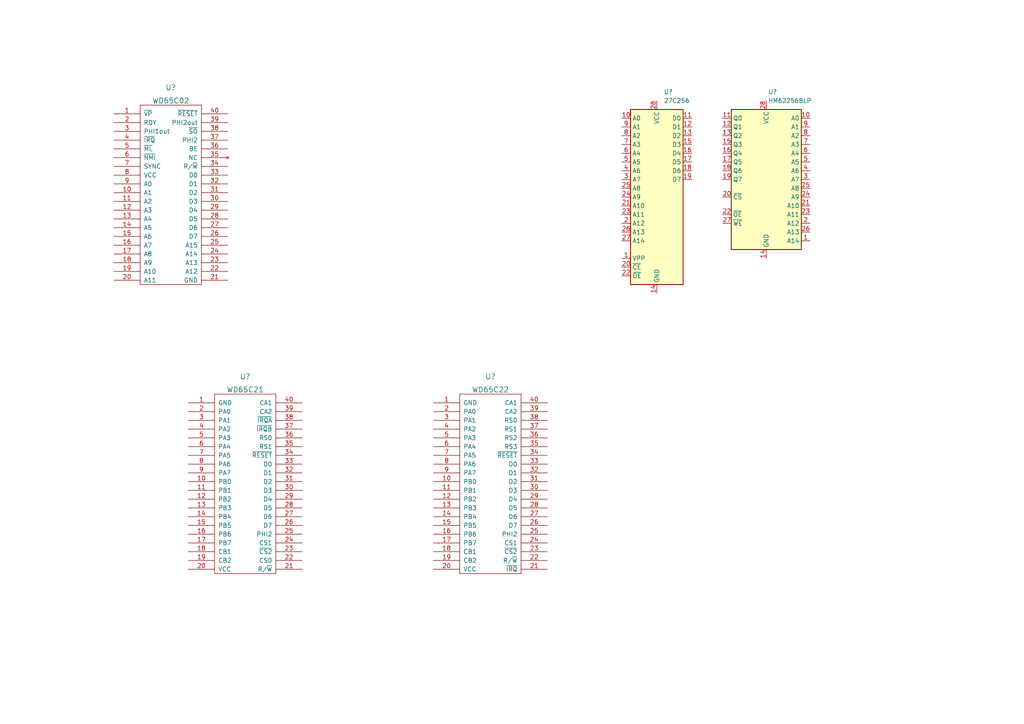
<source format=kicad_sch>
(kicad_sch (version 20211123) (generator eeschema)
  (paper "A4")
  (lib_symbols
    (symbol "65xx:WD65C02" (pin_names (offset 1.016))
      (property "Reference" "U" (at 0 -29.21 0))
      (property "Value" "WD65C02" (at 0 -2.54 90))
      (symbol "WD65C02_0_1"
        (rectangle (start -8.89 25.4) (end 8.89 -26.67))
      )
      (symbol "WD65C02_1_1"
        (pin output line (at -16.51 22.86 0) (length 7.62) (name "~{VP}") (number "1"))
        (pin output line (at -16.51 0 0) (length 7.62) (name "A1") (number "10"))
        (pin output line (at -16.51 -2.54 0) (length 7.62) (name "A2") (number "11"))
        (pin output line (at -16.51 -5.08 0) (length 7.62) (name "A3") (number "12"))
        (pin output line (at -16.51 -7.62 0) (length 7.62) (name "A4") (number "13"))
        (pin output line (at -16.51 -10.16 0) (length 7.62) (name "A5") (number "14"))
        (pin output line (at -16.51 -12.7 0) (length 7.62) (name "A6") (number "15"))
        (pin output line (at -16.51 -15.24 0) (length 7.62) (name "A7") (number "16"))
        (pin output line (at -16.51 -17.78 0) (length 7.62) (name "A8") (number "17"))
        (pin output line (at -16.51 -20.32 0) (length 7.62) (name "A9") (number "18"))
        (pin output line (at -16.51 -22.86 0) (length 7.62) (name "A10") (number "19"))
        (pin bidirectional line (at -16.51 20.32 0) (length 7.62) (name "RDY") (number "2"))
        (pin output line (at -16.51 -25.4 0) (length 7.62) (name "A11") (number "20"))
        (pin power_in line (at 16.51 -25.4 180) (length 7.62) (name "GND") (number "21"))
        (pin output line (at 16.51 -22.86 180) (length 7.62) (name "A12") (number "22"))
        (pin output line (at 16.51 -20.32 180) (length 7.62) (name "A13") (number "23"))
        (pin output line (at 16.51 -17.78 180) (length 7.62) (name "A14") (number "24"))
        (pin output line (at 16.51 -15.24 180) (length 7.62) (name "A15") (number "25"))
        (pin tri_state line (at 16.51 -12.7 180) (length 7.62) (name "D7") (number "26"))
        (pin tri_state line (at 16.51 -10.16 180) (length 7.62) (name "D6") (number "27"))
        (pin tri_state line (at 16.51 -7.62 180) (length 7.62) (name "D5") (number "28"))
        (pin tri_state line (at 16.51 -5.08 180) (length 7.62) (name "D4") (number "29"))
        (pin output line (at -16.51 17.78 0) (length 7.62) (name "PHI1out") (number "3"))
        (pin tri_state line (at 16.51 -2.54 180) (length 7.62) (name "D3") (number "30"))
        (pin tri_state line (at 16.51 0 180) (length 7.62) (name "D2") (number "31"))
        (pin tri_state line (at 16.51 2.54 180) (length 7.62) (name "D1") (number "32"))
        (pin tri_state line (at 16.51 5.08 180) (length 7.62) (name "D0") (number "33"))
        (pin output line (at 16.51 7.62 180) (length 7.62) (name "R/~{W}") (number "34"))
        (pin no_connect line (at 16.51 10.16 180) (length 7.62) (name "NC") (number "35"))
        (pin input line (at 16.51 12.7 180) (length 7.62) (name "BE") (number "36"))
        (pin input line (at 16.51 15.24 180) (length 7.62) (name "PHI2") (number "37"))
        (pin output line (at 16.51 17.78 180) (length 7.62) (name "~{SO}") (number "38"))
        (pin output line (at 16.51 20.32 180) (length 7.62) (name "PHI2out") (number "39"))
        (pin input line (at -16.51 15.24 0) (length 7.62) (name "~{IRQ}") (number "4"))
        (pin input line (at 16.51 22.86 180) (length 7.62) (name "~{RESET}") (number "40"))
        (pin output line (at -16.51 12.7 0) (length 7.62) (name "~{ML}") (number "5"))
        (pin input line (at -16.51 10.16 0) (length 7.62) (name "~{NMI}") (number "6"))
        (pin output line (at -16.51 7.62 0) (length 7.62) (name "SYNC") (number "7"))
        (pin power_in line (at -16.51 5.08 0) (length 7.62) (name "VCC") (number "8"))
        (pin output line (at -16.51 2.54 0) (length 7.62) (name "A0") (number "9"))
      )
    )
    (symbol "65xx:WD65C21" (pin_names (offset 1.016))
      (property "Reference" "U" (at 0 -29.21 0))
      (property "Value" "WD65C21" (at 0 -2.54 90))
      (symbol "WD65C21_0_1"
        (rectangle (start -8.89 25.4) (end 8.89 -26.67))
      )
      (symbol "WD65C21_1_1"
        (pin output line (at -16.51 22.86 0) (length 7.62) (name "GND") (number "1"))
        (pin bidirectional line (at -16.51 0 0) (length 7.62) (name "PB0") (number "10"))
        (pin bidirectional line (at -16.51 -2.54 0) (length 7.62) (name "PB1") (number "11"))
        (pin bidirectional line (at -16.51 -5.08 0) (length 7.62) (name "PB2") (number "12"))
        (pin bidirectional line (at -16.51 -7.62 0) (length 7.62) (name "PB3") (number "13"))
        (pin bidirectional line (at -16.51 -10.16 0) (length 7.62) (name "PB4") (number "14"))
        (pin bidirectional line (at -16.51 -12.7 0) (length 7.62) (name "PB5") (number "15"))
        (pin bidirectional line (at -16.51 -15.24 0) (length 7.62) (name "PB6") (number "16"))
        (pin bidirectional line (at -16.51 -17.78 0) (length 7.62) (name "PB7") (number "17"))
        (pin bidirectional line (at -16.51 -20.32 0) (length 7.62) (name "CB1") (number "18"))
        (pin output line (at -16.51 -22.86 0) (length 7.62) (name "CB2") (number "19"))
        (pin bidirectional line (at -16.51 20.32 0) (length 7.62) (name "PA0") (number "2"))
        (pin power_in line (at -16.51 -25.4 0) (length 7.62) (name "VCC") (number "20"))
        (pin input line (at 16.51 -25.4 180) (length 7.62) (name "R/~{W}") (number "21"))
        (pin input line (at 16.51 -22.86 180) (length 7.62) (name "CS0") (number "22"))
        (pin input line (at 16.51 -20.32 180) (length 7.62) (name "~{CS2}") (number "23"))
        (pin input line (at 16.51 -17.78 180) (length 7.62) (name "CS1") (number "24"))
        (pin input line (at 16.51 -15.24 180) (length 7.62) (name "PHI2") (number "25"))
        (pin tri_state line (at 16.51 -12.7 180) (length 7.62) (name "D7") (number "26"))
        (pin tri_state line (at 16.51 -10.16 180) (length 7.62) (name "D6") (number "27"))
        (pin tri_state line (at 16.51 -7.62 180) (length 7.62) (name "D5") (number "28"))
        (pin tri_state line (at 16.51 -5.08 180) (length 7.62) (name "D4") (number "29"))
        (pin bidirectional line (at -16.51 17.78 0) (length 7.62) (name "PA1") (number "3"))
        (pin tri_state line (at 16.51 -2.54 180) (length 7.62) (name "D3") (number "30"))
        (pin tri_state line (at 16.51 0 180) (length 7.62) (name "D2") (number "31"))
        (pin tri_state line (at 16.51 2.54 180) (length 7.62) (name "D1") (number "32"))
        (pin tri_state line (at 16.51 5.08 180) (length 7.62) (name "D0") (number "33"))
        (pin input line (at 16.51 7.62 180) (length 7.62) (name "~{RESET}") (number "34"))
        (pin input line (at 16.51 10.16 180) (length 7.62) (name "RS1") (number "35"))
        (pin input line (at 16.51 12.7 180) (length 7.62) (name "RS0") (number "36"))
        (pin output line (at 16.51 15.24 180) (length 7.62) (name "~{IRQB}") (number "37"))
        (pin output line (at 16.51 17.78 180) (length 7.62) (name "~{IRQA}") (number "38"))
        (pin bidirectional line (at 16.51 20.32 180) (length 7.62) (name "CA2") (number "39"))
        (pin bidirectional line (at -16.51 15.24 0) (length 7.62) (name "PA2") (number "4"))
        (pin bidirectional line (at 16.51 22.86 180) (length 7.62) (name "CA1") (number "40"))
        (pin bidirectional line (at -16.51 12.7 0) (length 7.62) (name "PA3") (number "5"))
        (pin bidirectional line (at -16.51 10.16 0) (length 7.62) (name "PA4") (number "6"))
        (pin bidirectional line (at -16.51 7.62 0) (length 7.62) (name "PA5") (number "7"))
        (pin bidirectional line (at -16.51 5.08 0) (length 7.62) (name "PA6") (number "8"))
        (pin bidirectional line (at -16.51 2.54 0) (length 7.62) (name "PA7") (number "9"))
      )
    )
    (symbol "65xx:WD65C22" (pin_names (offset 1.016))
      (property "Reference" "U" (at 0 -29.21 0))
      (property "Value" "WD65C22" (at 0 -2.54 90))
      (symbol "WD65C22_0_1"
        (rectangle (start -8.89 25.4) (end 8.89 -26.67))
      )
      (symbol "WD65C22_1_1"
        (pin output line (at -16.51 22.86 0) (length 7.62) (name "GND") (number "1"))
        (pin bidirectional line (at -16.51 0 0) (length 7.62) (name "PB0") (number "10"))
        (pin bidirectional line (at -16.51 -2.54 0) (length 7.62) (name "PB1") (number "11"))
        (pin bidirectional line (at -16.51 -5.08 0) (length 7.62) (name "PB2") (number "12"))
        (pin bidirectional line (at -16.51 -7.62 0) (length 7.62) (name "PB3") (number "13"))
        (pin bidirectional line (at -16.51 -10.16 0) (length 7.62) (name "PB4") (number "14"))
        (pin bidirectional line (at -16.51 -12.7 0) (length 7.62) (name "PB5") (number "15"))
        (pin bidirectional line (at -16.51 -15.24 0) (length 7.62) (name "PB6") (number "16"))
        (pin bidirectional line (at -16.51 -17.78 0) (length 7.62) (name "PB7") (number "17"))
        (pin bidirectional line (at -16.51 -20.32 0) (length 7.62) (name "CB1") (number "18"))
        (pin output line (at -16.51 -22.86 0) (length 7.62) (name "CB2") (number "19"))
        (pin bidirectional line (at -16.51 20.32 0) (length 7.62) (name "PA0") (number "2"))
        (pin power_in line (at -16.51 -25.4 0) (length 7.62) (name "VCC") (number "20"))
        (pin output line (at 16.51 -25.4 180) (length 7.62) (name "~{IRQ}") (number "21"))
        (pin input line (at 16.51 -22.86 180) (length 7.62) (name "R/~{W}") (number "22"))
        (pin input line (at 16.51 -20.32 180) (length 7.62) (name "~{CS2}") (number "23"))
        (pin input line (at 16.51 -17.78 180) (length 7.62) (name "CS1") (number "24"))
        (pin input line (at 16.51 -15.24 180) (length 7.62) (name "PHI2") (number "25"))
        (pin tri_state line (at 16.51 -12.7 180) (length 7.62) (name "D7") (number "26"))
        (pin tri_state line (at 16.51 -10.16 180) (length 7.62) (name "D6") (number "27"))
        (pin tri_state line (at 16.51 -7.62 180) (length 7.62) (name "D5") (number "28"))
        (pin tri_state line (at 16.51 -5.08 180) (length 7.62) (name "D4") (number "29"))
        (pin bidirectional line (at -16.51 17.78 0) (length 7.62) (name "PA1") (number "3"))
        (pin tri_state line (at 16.51 -2.54 180) (length 7.62) (name "D3") (number "30"))
        (pin tri_state line (at 16.51 0 180) (length 7.62) (name "D2") (number "31"))
        (pin tri_state line (at 16.51 2.54 180) (length 7.62) (name "D1") (number "32"))
        (pin tri_state line (at 16.51 5.08 180) (length 7.62) (name "D0") (number "33"))
        (pin input line (at 16.51 7.62 180) (length 7.62) (name "~{RESET}") (number "34"))
        (pin input line (at 16.51 10.16 180) (length 7.62) (name "RS3") (number "35"))
        (pin input line (at 16.51 12.7 180) (length 7.62) (name "RS2") (number "36"))
        (pin input line (at 16.51 15.24 180) (length 7.62) (name "RS1") (number "37"))
        (pin input line (at 16.51 17.78 180) (length 7.62) (name "RS0") (number "38"))
        (pin bidirectional line (at 16.51 20.32 180) (length 7.62) (name "CA2") (number "39"))
        (pin bidirectional line (at -16.51 15.24 0) (length 7.62) (name "PA2") (number "4"))
        (pin bidirectional line (at 16.51 22.86 180) (length 7.62) (name "CA1") (number "40"))
        (pin bidirectional line (at -16.51 12.7 0) (length 7.62) (name "PA3") (number "5"))
        (pin bidirectional line (at -16.51 10.16 0) (length 7.62) (name "PA4") (number "6"))
        (pin bidirectional line (at -16.51 7.62 0) (length 7.62) (name "PA5") (number "7"))
        (pin bidirectional line (at -16.51 5.08 0) (length 7.62) (name "PA6") (number "8"))
        (pin bidirectional line (at -16.51 2.54 0) (length 7.62) (name "PA7") (number "9"))
      )
    )
    (symbol "Memory_EPROM:27C256"
      (property "Reference" "U" (at -7.62 26.67 0))
      (property "Value" "27C256" (at 2.54 -26.67 0))
      (symbol "27C256_1_1"
        (rectangle (start -7.62 25.4) (end 7.62 -25.4) (stroke (width 0.254)) (fill (type background)))
        (pin input line (at -10.16 -17.78 0) (length 2.54) (name "VPP") (number "1"))
        (pin input line (at -10.16 22.86 0) (length 2.54) (name "A0") (number "10"))
        (pin tri_state line (at 10.16 22.86 180) (length 2.54) (name "D0") (number "11"))
        (pin tri_state line (at 10.16 20.32 180) (length 2.54) (name "D1") (number "12"))
        (pin tri_state line (at 10.16 17.78 180) (length 2.54) (name "D2") (number "13"))
        (pin power_in line (at 0 -27.94 90) (length 2.54) (name "GND") (number "14"))
        (pin tri_state line (at 10.16 15.24 180) (length 2.54) (name "D3") (number "15"))
        (pin tri_state line (at 10.16 12.7 180) (length 2.54) (name "D4") (number "16"))
        (pin tri_state line (at 10.16 10.16 180) (length 2.54) (name "D5") (number "17"))
        (pin tri_state line (at 10.16 7.62 180) (length 2.54) (name "D6") (number "18"))
        (pin tri_state line (at 10.16 5.08 180) (length 2.54) (name "D7") (number "19"))
        (pin input line (at -10.16 -7.62 0) (length 2.54) (name "A12") (number "2"))
        (pin input line (at -10.16 -20.32 0) (length 2.54) (name "~{CE}") (number "20"))
        (pin input line (at -10.16 -2.54 0) (length 2.54) (name "A10") (number "21"))
        (pin input line (at -10.16 -22.86 0) (length 2.54) (name "~{OE}") (number "22"))
        (pin input line (at -10.16 -5.08 0) (length 2.54) (name "A11") (number "23"))
        (pin input line (at -10.16 0 0) (length 2.54) (name "A9") (number "24"))
        (pin input line (at -10.16 2.54 0) (length 2.54) (name "A8") (number "25"))
        (pin input line (at -10.16 -10.16 0) (length 2.54) (name "A13") (number "26"))
        (pin input line (at -10.16 -12.7 0) (length 2.54) (name "A14") (number "27"))
        (pin power_in line (at 0 27.94 270) (length 2.54) (name "VCC") (number "28"))
        (pin input line (at -10.16 5.08 0) (length 2.54) (name "A7") (number "3"))
        (pin input line (at -10.16 7.62 0) (length 2.54) (name "A6") (number "4"))
        (pin input line (at -10.16 10.16 0) (length 2.54) (name "A5") (number "5"))
        (pin input line (at -10.16 12.7 0) (length 2.54) (name "A4") (number "6"))
        (pin input line (at -10.16 15.24 0) (length 2.54) (name "A3") (number "7"))
        (pin input line (at -10.16 17.78 0) (length 2.54) (name "A2") (number "8"))
        (pin input line (at -10.16 20.32 0) (length 2.54) (name "A1") (number "9"))
      )
    )
    (symbol "Memory_RAM:HM62256BLP"
      (property "Reference" "U" (at -10.16 20.955 0))
      (property "Value" "HM62256BLP" (at 2.54 20.955 0))
      (symbol "HM62256BLP_0_0"
        (pin power_in line (at 0 -22.86 90) (length 2.54) (name "GND") (number "14"))
        (pin power_in line (at 0 22.86 270) (length 2.54) (name "VCC") (number "28"))
      )
      (symbol "HM62256BLP_0_1"
        (rectangle (start -10.16 20.32) (end 10.16 -20.32) (stroke (width 0.254)) (fill (type background)))
      )
      (symbol "HM62256BLP_1_1"
        (pin input line (at -12.7 -17.78 0) (length 2.54) (name "A14") (number "1"))
        (pin input line (at -12.7 17.78 0) (length 2.54) (name "A0") (number "10"))
        (pin tri_state line (at 12.7 17.78 180) (length 2.54) (name "Q0") (number "11"))
        (pin tri_state line (at 12.7 15.24 180) (length 2.54) (name "Q1") (number "12"))
        (pin tri_state line (at 12.7 12.7 180) (length 2.54) (name "Q2") (number "13"))
        (pin tri_state line (at 12.7 10.16 180) (length 2.54) (name "Q3") (number "15"))
        (pin tri_state line (at 12.7 7.62 180) (length 2.54) (name "Q4") (number "16"))
        (pin tri_state line (at 12.7 5.08 180) (length 2.54) (name "Q5") (number "17"))
        (pin tri_state line (at 12.7 2.54 180) (length 2.54) (name "Q6") (number "18"))
        (pin tri_state line (at 12.7 0 180) (length 2.54) (name "Q7") (number "19"))
        (pin input line (at -12.7 -12.7 0) (length 2.54) (name "A12") (number "2"))
        (pin input line (at 12.7 -5.08 180) (length 2.54) (name "~{CS}") (number "20"))
        (pin input line (at -12.7 -7.62 0) (length 2.54) (name "A10") (number "21"))
        (pin input line (at 12.7 -10.16 180) (length 2.54) (name "~{OE}") (number "22"))
        (pin input line (at -12.7 -10.16 0) (length 2.54) (name "A11") (number "23"))
        (pin input line (at -12.7 -5.08 0) (length 2.54) (name "A9") (number "24"))
        (pin input line (at -12.7 -2.54 0) (length 2.54) (name "A8") (number "25"))
        (pin input line (at -12.7 -15.24 0) (length 2.54) (name "A13") (number "26"))
        (pin input line (at 12.7 -12.7 180) (length 2.54) (name "~{WE}") (number "27"))
        (pin input line (at -12.7 0 0) (length 2.54) (name "A7") (number "3"))
        (pin input line (at -12.7 2.54 0) (length 2.54) (name "A6") (number "4"))
        (pin input line (at -12.7 5.08 0) (length 2.54) (name "A5") (number "5"))
        (pin input line (at -12.7 7.62 0) (length 2.54) (name "A4") (number "6"))
        (pin input line (at -12.7 10.16 0) (length 2.54) (name "A3") (number "7"))
        (pin input line (at -12.7 12.7 0) (length 2.54) (name "A2") (number "8"))
        (pin input line (at -12.7 15.24 0) (length 2.54) (name "A1") (number "9"))
      )
    )
  )
  (symbol (lib_id "65xx:WD65C22") (at 142.24 139.7 0) (unit 1)
    (property "Reference" "U?" (at 142.24 109.22 0) (effects (font (size 1.524 1.524))))
    (property "Value" "WD65C22" (at 142.24 113.03 0) (effects (font (size 1.524 1.524))))
  )
  (symbol (lib_id "Memory_RAM:HM62256BLP") (at 222.25 52.07 0) (mirror y) (unit 1)
    (property "Reference" "U?" (at 222.7706 26.67 0) (effects (justify right)))
    (property "Value" "HM62256BLP" (at 222.7706 29.21 0) (effects (justify right)))
    (property "Footprint" "Package_DIP:DIP-28_W15.24mm" (effects hide))
    (property "Datasheet" "https://web.mit.edu/6.115/www/document/62256.pdf" (effects hide))
  )
  (symbol (lib_id "65xx:WD65C21") (at 71.12 139.7 0) (unit 1)
    (property "Reference" "U?" (at 71.12 109.22 0) (effects (font (size 1.524 1.524))))
    (property "Value" "WD65C21" (at 71.12 113.03 0) (effects (font (size 1.524 1.524))))
  )
  (symbol (lib_id "65xx:WD65C02") (at 49.53 55.88 0) (unit 1)
    (property "Reference" "U?" (at 49.53 25.4 0) (effects (font (size 1.524 1.524))))
    (property "Value" "WD65C02" (at 49.53 29.21 0) (effects (font (size 1.524 1.524))))
  )
  (symbol (lib_id "Memory_EPROM:27C256") (at 190.5 57.15 0) (unit 1)
    (property "Reference" "U?" (at 192.5194 26.67 0) (effects (justify left)))
    (property "Value" "27C256" (at 192.5194 29.21 0) (effects (justify left)))
    (property "Footprint" "Package_DIP:DIP-28_W15.24mm" (effects hide))
    (property "Datasheet" "http://ww1.microchip.com/downloads/en/DeviceDoc/doc0014.pdf" (effects hide))
  )
)
</source>
